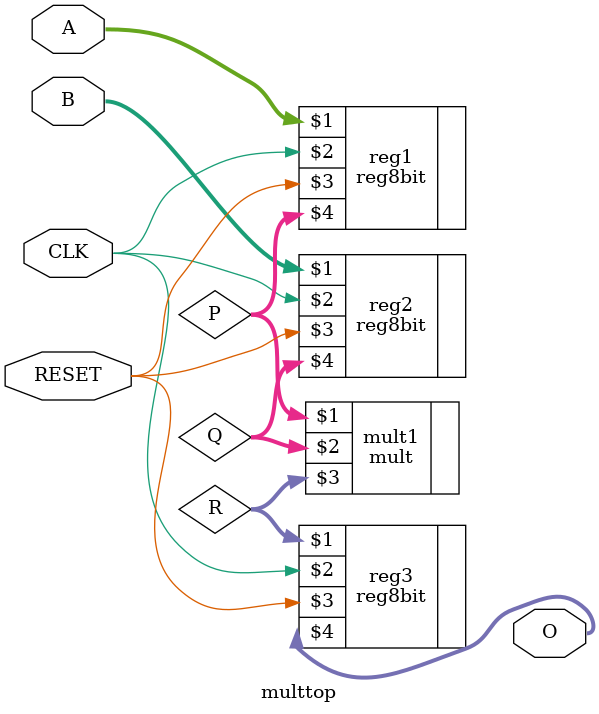
<source format=v>
`timescale 1ns / 1ps

module multtop(O, A, B, CLK, RESET);
  input [7:0]A,B;
  output [7:0]O;
  input CLK;
  input RESET;
  
  wire [7:0]P;
  wire [7:0]Q;
  wire [7:0]R;
  
reg8bit reg1(A, CLK, RESET, P);
reg8bit reg2(B, CLK, RESET, Q);
reg8bit reg3(R, CLK, RESET, O);
mult mult1(P, Q, R);
endmodule

</source>
